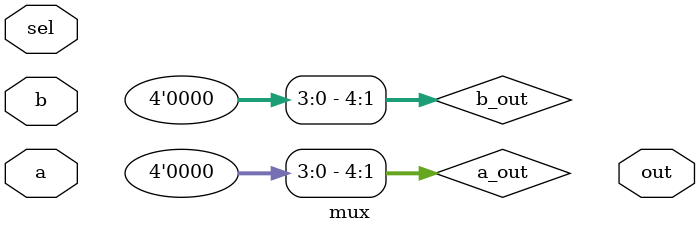
<source format=v>
module mux( 
input [4:0] a, b,
input sel,
output [4:0] out );
// When sel=0, assign a to out. 
// When sel=1, assign b to out. 
// When sel=2, assign a and b to out.

// Finally, output a and b.

reg [4:0] a_out;
reg [4:0] b_out;
assign a_out = a[sel];
assign b_out = b[sel];

endmodule

</source>
